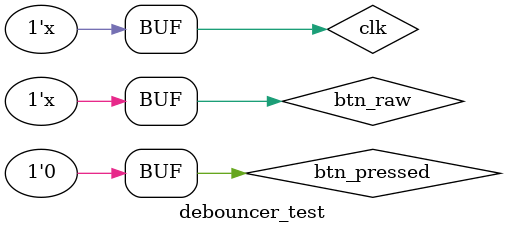
<source format=v>
`timescale 1ns / 1ns


module debouncer_test;

	// Inputs
	reg rst;
	reg btn_raw;
	reg clk;
	reg btn_pressed;

	// Instantiate the Unit Under Test (UUT)
	debouncer uut (
		.rst(rst),
		.clk(clk), 
		.noisy(btn_raw), 
		.clean(btn_pressed)
	);

	initial begin
		// Initialize Inputs
		btn_raw = 0;
		clk = 0;
		btn_pressed = 0;

		// Wait 10 us for global reset to finish
		#10;
        
		// Stimulus
		//#7000 btn_raw = 1;

	end
	
	always begin
		#500 clk = !clk;
	end
	
	always begin
		#10000 btn_raw = !btn_raw;
		#5000 btn_raw = !btn_raw;
		#10000 btn_raw = !btn_raw;
		#5000 btn_raw = !btn_raw;
		#5000 btn_raw = !btn_raw;
		#50000000 btn_raw = !btn_raw;
		#5000 btn_raw = !btn_raw;
	end
      
endmodule


</source>
